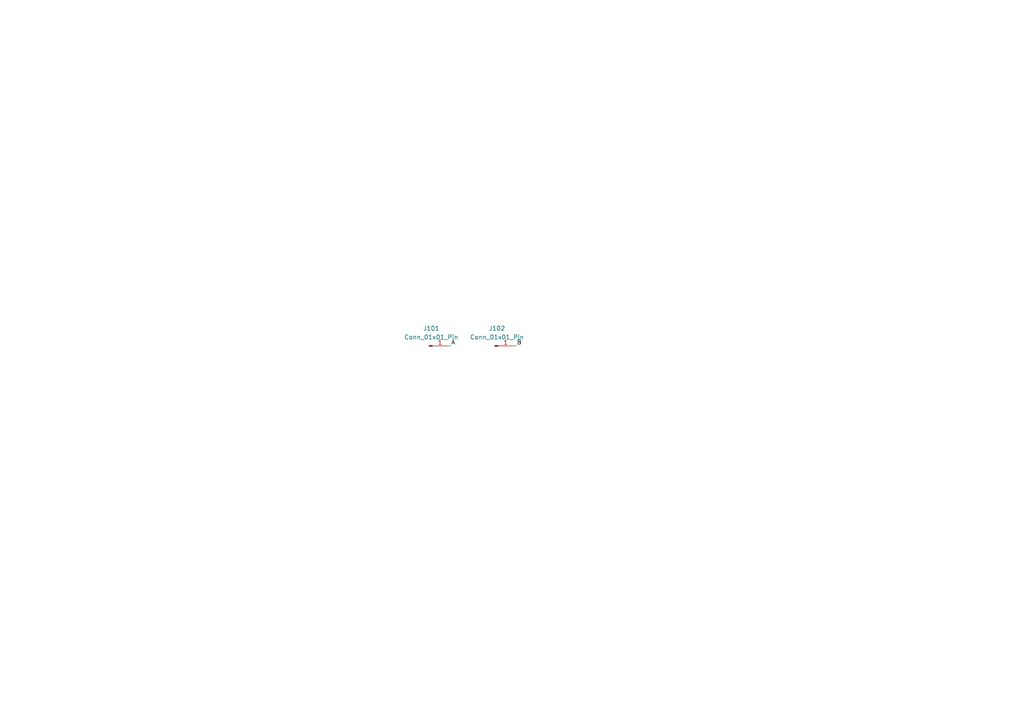
<source format=kicad_sch>
(kicad_sch (version 20231120) (generator "eeschema") (generator_version "8.0")
  (paper "A4")
  (lib_symbols
    (symbol "Connector:Conn_01x01_Pin" (pin_names (offset 1.016) hide)
      (property "Reference" "J" (at 0 2.54 0))
      (property "Value" "Conn_01x01_Pin" (at 0 -2.54 0))
      (symbol "Conn_01x01_Pin_1_1"
        (polyline (pts (xy 1.27 0) (xy 0.8636 0)) (stroke (width 0.1524)))
        (rectangle (start 0.8636 0.127) (end 0 -0.127) (stroke (width 0.1524)) (fill (type outline)))
        (pin passive line (at 5.08 0 180) (length 3.81) (name "Pin_1") (number "1"))
      )
    )
  )
  (wire (pts (xy 148.59 100.33) (xy 149.86 100.33)))
  (wire (pts (xy 129.54 100.33) (xy 130.81 100.33)))
  (label "B" (at 149.86 100.33 0))
  (label "A" (at 130.81 100.33 0))
  (symbol (lib_id "Connector:Conn_01x01_Pin") (at 124.46 100.33 0) (unit 1)
    (property "Reference" "J101" (at 125.095 95.25 0))
    (property "Value" "Conn_01x01_Pin" (at 125.095 97.79 0))
    (property "Footprint" "Connector_Wire:SolderWirePad_1x01_SMD_1x2mm" (effects (hide yes)))
    (property "Description" "Generic connector, single row, 01x01, script generated" (effects (hide yes)))
  )
  (symbol (lib_id "Connector:Conn_01x01_Pin") (at 143.51 100.33 0) (unit 1)
    (property "Reference" "J102" (at 144.145 95.25 0))
    (property "Value" "Conn_01x01_Pin" (at 144.145 97.79 0))
    (property "Footprint" "Connector_Wire:SolderWirePad_1x01_SMD_1x2mm" (effects (hide yes)))
    (property "Description" "Generic connector, single row, 01x01, script generated" (effects (hide yes)))
  )
)
</source>
